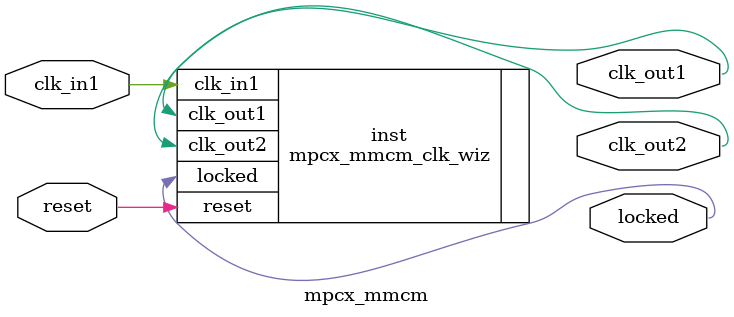
<source format=v>


`timescale 1ps/1ps

(* CORE_GENERATION_INFO = "mpcx_mmcm,clk_wiz_v6_0_5_0_0,{component_name=mpcx_mmcm,use_phase_alignment=true,use_min_o_jitter=false,use_max_i_jitter=false,use_dyn_phase_shift=false,use_inclk_switchover=false,use_dyn_reconfig=false,enable_axi=0,feedback_source=FDBK_AUTO,PRIMITIVE=MMCM,num_out_clk=2,clkin1_period=24.876,clkin2_period=10.0,use_power_down=false,use_reset=true,use_locked=true,use_inclk_stopped=false,feedback_type=SINGLE,CLOCK_MGR_TYPE=NA,manual_override=false}" *)

module mpcx_mmcm 
 (
  // Clock out ports
  output        clk_out1,
  output        clk_out2,
  // Status and control signals
  input         reset,
  output        locked,
 // Clock in ports
  input         clk_in1
 );

  mpcx_mmcm_clk_wiz inst
  (
  // Clock out ports  
  .clk_out1(clk_out1),
  .clk_out2(clk_out2),
  // Status and control signals               
  .reset(reset), 
  .locked(locked),
 // Clock in ports
  .clk_in1(clk_in1)
  );

endmodule

</source>
